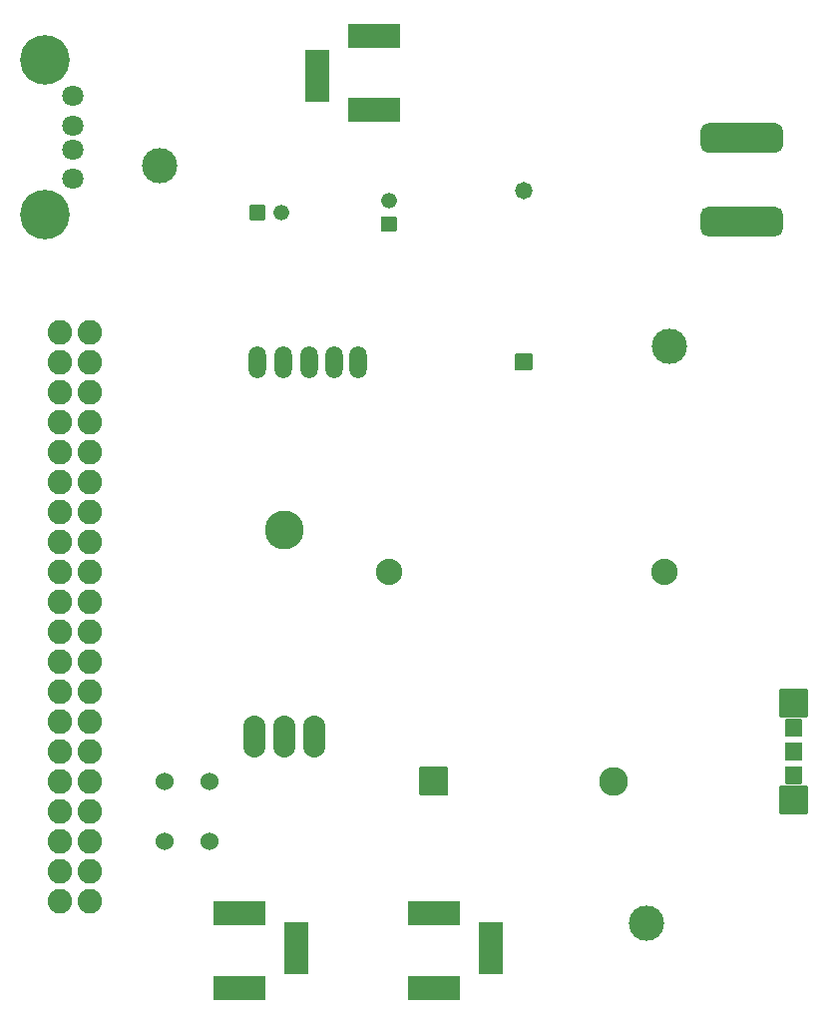
<source format=gts>
G04 #@! TF.GenerationSoftware,KiCad,Pcbnew,(5.1.10)-1*
G04 #@! TF.CreationDate,2021-12-02T21:28:18-06:00*
G04 #@! TF.ProjectId,Kitty_Cannon_Schematic,4b697474-795f-4436-916e-6e6f6e5f5363,rev?*
G04 #@! TF.SameCoordinates,Original*
G04 #@! TF.FileFunction,Soldermask,Top*
G04 #@! TF.FilePolarity,Negative*
%FSLAX46Y46*%
G04 Gerber Fmt 4.6, Leading zero omitted, Abs format (unit mm)*
G04 Created by KiCad (PCBNEW (5.1.10)-1) date 2021-12-02 21:28:18*
%MOMM*%
%LPD*%
G01*
G04 APERTURE LIST*
%ADD10R,4.500000X2.000000*%
%ADD11R,2.000000X4.500000*%
%ADD12C,3.000000*%
%ADD13C,2.453200*%
%ADD14C,2.235200*%
%ADD15C,1.323200*%
%ADD16C,1.524000*%
%ADD17C,3.302000*%
%ADD18O,1.879600X3.556000*%
%ADD19C,4.203200*%
%ADD20C,1.803200*%
%ADD21C,1.473200*%
%ADD22O,1.473200X2.743200*%
%ADD23C,2.082800*%
G04 APERTURE END LIST*
D10*
X147231100Y-64613600D03*
D11*
X142431100Y-68013600D03*
D10*
X147231100Y-70913600D03*
X135801100Y-145393600D03*
D11*
X140601100Y-141993600D03*
D10*
X135801100Y-139093600D03*
X152311100Y-145393600D03*
D11*
X157111100Y-141993600D03*
D10*
X152311100Y-139093600D03*
D12*
X170362880Y-139918440D03*
X172262800Y-91008200D03*
X129042160Y-75676760D03*
G36*
G01*
X151084500Y-128988600D02*
X151084500Y-126738600D01*
G75*
G02*
X151186100Y-126637000I101600J0D01*
G01*
X153436100Y-126637000D01*
G75*
G02*
X153537700Y-126738600I0J-101600D01*
G01*
X153537700Y-128988600D01*
G75*
G02*
X153436100Y-129090200I-101600J0D01*
G01*
X151186100Y-129090200D01*
G75*
G02*
X151084500Y-128988600I0J101600D01*
G01*
G37*
D13*
X167551100Y-127863600D03*
D14*
X171894500Y-110083600D03*
X148501100Y-110083600D03*
D15*
X148501100Y-78603600D03*
G36*
G01*
X149061101Y-81265200D02*
X147941099Y-81265200D01*
G75*
G02*
X147839500Y-81163601I0J101599D01*
G01*
X147839500Y-80043599D01*
G75*
G02*
X147941099Y-79942000I101599J0D01*
G01*
X149061101Y-79942000D01*
G75*
G02*
X149162700Y-80043599I0J-101599D01*
G01*
X149162700Y-81163601D01*
G75*
G02*
X149061101Y-81265200I-101599J0D01*
G01*
G37*
X139341100Y-79603600D03*
G36*
G01*
X136679500Y-80163601D02*
X136679500Y-79043599D01*
G75*
G02*
X136781099Y-78942000I101599J0D01*
G01*
X137901101Y-78942000D01*
G75*
G02*
X138002700Y-79043599I0J-101599D01*
G01*
X138002700Y-80163601D01*
G75*
G02*
X137901101Y-80265200I-101599J0D01*
G01*
X136781099Y-80265200D01*
G75*
G02*
X136679500Y-80163601I0J101599D01*
G01*
G37*
D16*
X133261100Y-132943600D03*
X133261100Y-127863600D03*
X129451100Y-132943600D03*
X129451100Y-127863600D03*
D17*
X139611100Y-106527600D03*
D18*
X142151100Y-124053600D03*
X139611100Y-124053600D03*
X137071100Y-124053600D03*
G36*
G01*
X181721980Y-120019860D02*
X183971980Y-120019860D01*
G75*
G02*
X184073580Y-120121460I0J-101600D01*
G01*
X184073580Y-122371460D01*
G75*
G02*
X183971980Y-122473060I-101600J0D01*
G01*
X181721980Y-122473060D01*
G75*
G02*
X181620380Y-122371460I0J101600D01*
G01*
X181620380Y-120121460D01*
G75*
G02*
X181721980Y-120019860I101600J0D01*
G01*
G37*
G36*
G01*
X181721980Y-128219860D02*
X183971980Y-128219860D01*
G75*
G02*
X184073580Y-128321460I0J-101600D01*
G01*
X184073580Y-130571460D01*
G75*
G02*
X183971980Y-130673060I-101600J0D01*
G01*
X181721980Y-130673060D01*
G75*
G02*
X181620380Y-130571460I0J101600D01*
G01*
X181620380Y-128321460D01*
G75*
G02*
X181721980Y-128219860I101600J0D01*
G01*
G37*
G36*
G01*
X182192980Y-126590860D02*
X183500980Y-126590860D01*
G75*
G02*
X183602580Y-126692460I0J-101600D01*
G01*
X183602580Y-128000460D01*
G75*
G02*
X183500980Y-128102060I-101600J0D01*
G01*
X182192980Y-128102060D01*
G75*
G02*
X182091380Y-128000460I0J101600D01*
G01*
X182091380Y-126692460D01*
G75*
G02*
X182192980Y-126590860I101600J0D01*
G01*
G37*
G36*
G01*
X182192980Y-122590860D02*
X183500980Y-122590860D01*
G75*
G02*
X183602580Y-122692460I0J-101600D01*
G01*
X183602580Y-124000460D01*
G75*
G02*
X183500980Y-124102060I-101600J0D01*
G01*
X182192980Y-124102060D01*
G75*
G02*
X182091380Y-124000460I0J101600D01*
G01*
X182091380Y-122692460D01*
G75*
G02*
X182192980Y-122590860I101600J0D01*
G01*
G37*
G36*
G01*
X182192980Y-124590860D02*
X183500980Y-124590860D01*
G75*
G02*
X183602580Y-124692460I0J-101600D01*
G01*
X183602580Y-126000460D01*
G75*
G02*
X183500980Y-126102060I-101600J0D01*
G01*
X182192980Y-126102060D01*
G75*
G02*
X182091380Y-126000460I0J101600D01*
G01*
X182091380Y-124692460D01*
G75*
G02*
X182192980Y-124590860I101600J0D01*
G01*
G37*
D19*
X119291100Y-79823600D03*
X119291100Y-66683600D03*
D20*
X121691100Y-76753600D03*
X121691100Y-74253600D03*
X121691100Y-72253600D03*
X121691100Y-69753600D03*
D21*
X159931100Y-77774800D03*
G36*
G01*
X160566100Y-93040200D02*
X159296100Y-93040200D01*
G75*
G02*
X159194500Y-92938600I0J101600D01*
G01*
X159194500Y-91668600D01*
G75*
G02*
X159296100Y-91567000I101600J0D01*
G01*
X160566100Y-91567000D01*
G75*
G02*
X160667700Y-91668600I0J-101600D01*
G01*
X160667700Y-92938600D01*
G75*
G02*
X160566100Y-93040200I-101600J0D01*
G01*
G37*
D22*
X145917920Y-92339160D03*
X143865600Y-92313760D03*
X141745100Y-92303600D03*
X139512040Y-92344240D03*
X137320020Y-92293440D03*
D23*
X120561100Y-138023600D03*
X123101100Y-138023600D03*
X120561100Y-135483600D03*
X123101100Y-135483600D03*
X120561100Y-132943600D03*
X123101100Y-132943600D03*
X120561100Y-130403600D03*
X123101100Y-130403600D03*
X120561100Y-127863600D03*
X123101100Y-127863600D03*
X120561100Y-125323600D03*
X123101100Y-125323600D03*
X120561100Y-122783600D03*
X123101100Y-122783600D03*
X120561100Y-120243600D03*
X123101100Y-120243600D03*
X120561100Y-117703600D03*
X123101100Y-117703600D03*
X120561100Y-115163600D03*
X123101100Y-115163600D03*
X120561100Y-112623600D03*
X123101100Y-112623600D03*
X120561100Y-110083600D03*
X123101100Y-110083600D03*
X120561100Y-107543600D03*
X123101100Y-107543600D03*
X120561100Y-105003600D03*
X123101100Y-105003600D03*
X120561100Y-102463600D03*
X123101100Y-102463600D03*
X120561100Y-99923600D03*
X123101100Y-99923600D03*
X120561100Y-97383600D03*
X123101100Y-97383600D03*
X120561100Y-94843600D03*
X123101100Y-94843600D03*
X120561100Y-92303600D03*
X123101100Y-92303600D03*
X120561100Y-89763600D03*
X123101100Y-89763600D03*
G36*
G01*
X175575240Y-72049320D02*
X181325240Y-72049320D01*
G75*
G02*
X181950240Y-72674320I0J-625000D01*
G01*
X181950240Y-73924320D01*
G75*
G02*
X181325240Y-74549320I-625000J0D01*
G01*
X175575240Y-74549320D01*
G75*
G02*
X174950240Y-73924320I0J625000D01*
G01*
X174950240Y-72674320D01*
G75*
G02*
X175575240Y-72049320I625000J0D01*
G01*
G37*
G36*
G01*
X175575240Y-79149320D02*
X181325240Y-79149320D01*
G75*
G02*
X181950240Y-79774320I0J-625000D01*
G01*
X181950240Y-81024320D01*
G75*
G02*
X181325240Y-81649320I-625000J0D01*
G01*
X175575240Y-81649320D01*
G75*
G02*
X174950240Y-81024320I0J625000D01*
G01*
X174950240Y-79774320D01*
G75*
G02*
X175575240Y-79149320I625000J0D01*
G01*
G37*
M02*

</source>
